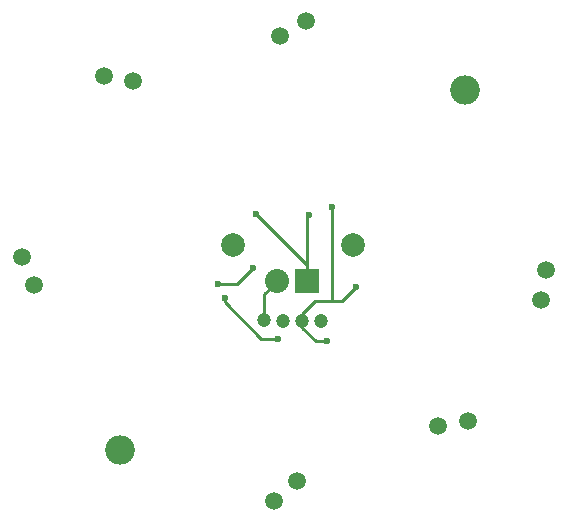
<source format=gbl>
G04 #@! TF.FileFunction,Copper,L2,Bot,Signal*
%FSLAX46Y46*%
G04 Gerber Fmt 4.6, Leading zero omitted, Abs format (unit mm)*
G04 Created by KiCad (PCBNEW (2015-11-24 BZR 6329)-product) date Wed 06 Apr 2016 07:53:13 PM EDT*
%MOMM*%
G01*
G04 APERTURE LIST*
%ADD10C,0.100000*%
%ADD11O,2.500000X2.500000*%
%ADD12C,1.500000*%
%ADD13C,1.998980*%
%ADD14R,2.032000X2.032000*%
%ADD15O,2.032000X2.032000*%
%ADD16C,1.200000*%
%ADD17C,0.600000*%
%ADD18C,0.250000*%
G04 APERTURE END LIST*
D10*
D11*
X160070000Y-93750000D03*
X189290000Y-63270000D03*
D12*
X152790000Y-79780000D03*
X151817984Y-77433346D03*
X189520000Y-91320000D03*
X187018588Y-91761066D03*
X196150000Y-78580000D03*
X195708934Y-81081412D03*
X158700000Y-62080000D03*
X161201412Y-62521066D03*
X173650000Y-58750000D03*
X175849705Y-57480000D03*
X173130000Y-98080000D03*
X175075753Y-96447319D03*
D13*
X169620000Y-76400000D03*
X179780000Y-76400000D03*
D14*
X175950000Y-79500000D03*
D15*
X173410000Y-79500000D03*
D16*
X172310000Y-82800000D03*
X173920000Y-82830000D03*
X175520000Y-82830000D03*
X177120000Y-82830000D03*
D17*
X178000000Y-73200000D03*
X173450000Y-84400000D03*
X168950000Y-80950000D03*
X171600000Y-73800000D03*
X176050000Y-73900000D03*
X177600000Y-84550000D03*
X180050000Y-80000000D03*
X171350000Y-78350000D03*
X168400000Y-79750000D03*
D18*
X178000000Y-81200000D02*
X178000000Y-73200000D01*
X173450000Y-84400000D02*
X173400000Y-84350000D01*
X173400000Y-84350000D02*
X172050000Y-84350000D01*
X172050000Y-84350000D02*
X168950000Y-81250000D01*
X168950000Y-81250000D02*
X168950000Y-80950000D01*
X175950000Y-78150000D02*
X171600000Y-73800000D01*
X175950000Y-79500000D02*
X175950000Y-78150000D01*
X175950000Y-79500000D02*
X175950000Y-74000000D01*
X175950000Y-74000000D02*
X176050000Y-73900000D01*
X175520000Y-82830000D02*
X175520000Y-83420000D01*
X175520000Y-83420000D02*
X176650000Y-84550000D01*
X176650000Y-84550000D02*
X177600000Y-84550000D01*
X175520000Y-82830000D02*
X175520000Y-82280000D01*
X175520000Y-82280000D02*
X176600000Y-81200000D01*
X178850000Y-81200000D02*
X180050000Y-80000000D01*
X176600000Y-81200000D02*
X178000000Y-81200000D01*
X178000000Y-81200000D02*
X178850000Y-81200000D01*
X171350000Y-78350000D02*
X169950000Y-79750000D01*
X169950000Y-79750000D02*
X168400000Y-79750000D01*
X172310000Y-80594716D02*
X173360387Y-79544329D01*
X172310000Y-82800000D02*
X172310000Y-80594716D01*
M02*

</source>
